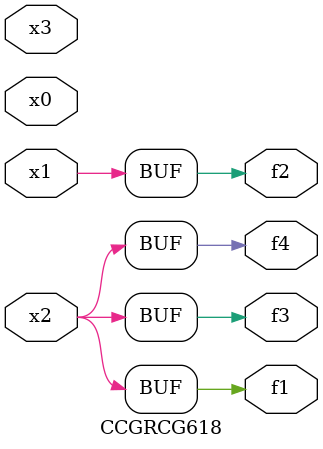
<source format=v>
module CCGRCG618(
	input x0, x1, x2, x3,
	output f1, f2, f3, f4
);
	assign f1 = x2;
	assign f2 = x1;
	assign f3 = x2;
	assign f4 = x2;
endmodule

</source>
